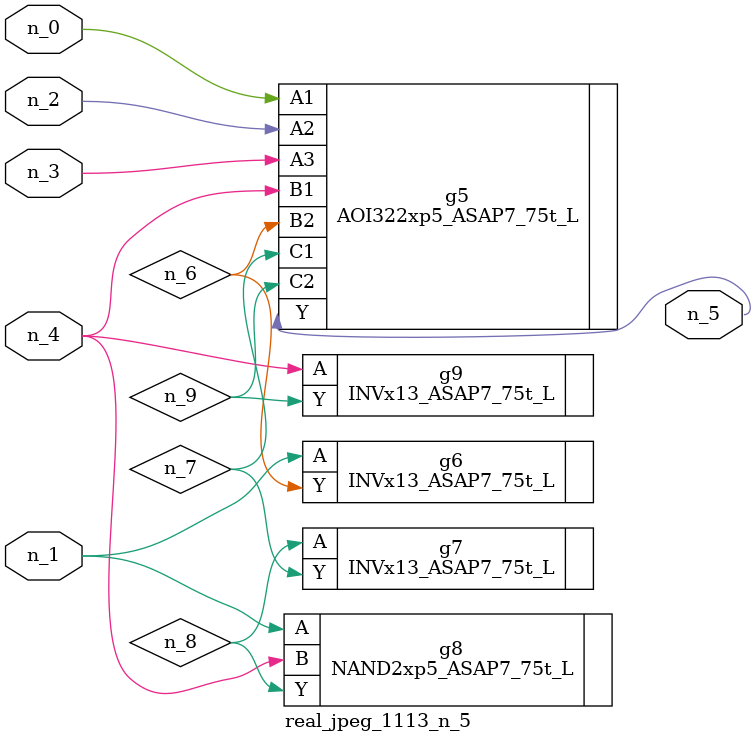
<source format=v>
module real_jpeg_1113_n_5 (n_4, n_0, n_1, n_2, n_3, n_5);

input n_4;
input n_0;
input n_1;
input n_2;
input n_3;

output n_5;

wire n_8;
wire n_6;
wire n_7;
wire n_9;

AOI322xp5_ASAP7_75t_L g5 ( 
.A1(n_0),
.A2(n_2),
.A3(n_3),
.B1(n_4),
.B2(n_6),
.C1(n_7),
.C2(n_9),
.Y(n_5)
);

INVx13_ASAP7_75t_L g6 ( 
.A(n_1),
.Y(n_6)
);

NAND2xp5_ASAP7_75t_L g8 ( 
.A(n_1),
.B(n_4),
.Y(n_8)
);

INVx13_ASAP7_75t_L g9 ( 
.A(n_4),
.Y(n_9)
);

INVx13_ASAP7_75t_L g7 ( 
.A(n_8),
.Y(n_7)
);


endmodule
</source>
